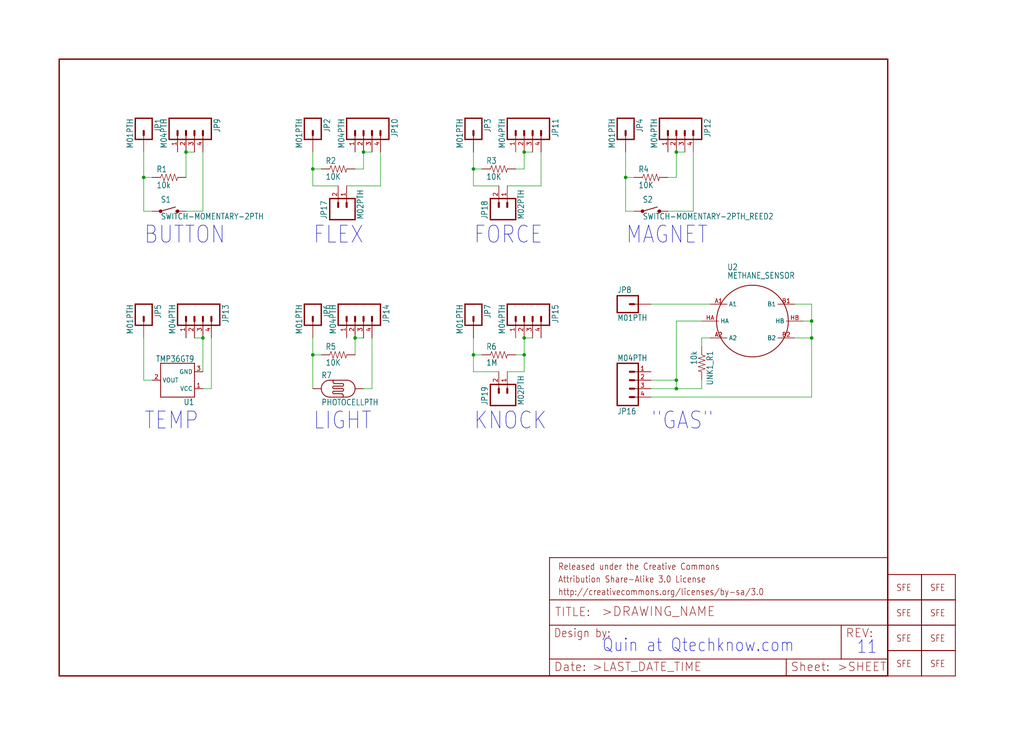
<source format=kicad_sch>
(kicad_sch (version 20211123) (generator eeschema)
  (paper "User" 307.67 223.926)
  (lib_symbols
    (symbol "eagleSchem-eagle-import:FRAME-LETTER"
      (symbol "FRAME-LETTER_1_0"
        (polyline (pts (xy 0 0) (xy 248.92 0)) (stroke (width 0.4064)))
        (polyline (pts (xy 0 185.42) (xy 0 0)) (stroke (width 0.4064)))
        (polyline (pts (xy 0 185.42) (xy 248.92 185.42)) (stroke (width 0.4064)))
        (polyline (pts (xy 248.92 185.42) (xy 248.92 0)) (stroke (width 0.4064)))
      )
      (symbol "FRAME-LETTER_2_0"
        (polyline (pts (xy 0 0) (xy 0 5.08)) (stroke (width 0.254)))
        (polyline (pts (xy 0 0) (xy 71.12 0)) (stroke (width 0.254)))
        (polyline (pts (xy 0 5.08) (xy 0 15.24)) (stroke (width 0.254)))
        (polyline (pts (xy 0 5.08) (xy 71.12 5.08)) (stroke (width 0.254)))
        (polyline (pts (xy 0 15.24) (xy 0 22.86)) (stroke (width 0.254)))
        (polyline (pts (xy 0 22.86) (xy 0 35.56)) (stroke (width 0.254)))
        (polyline (pts (xy 0 22.86) (xy 101.6 22.86)) (stroke (width 0.254)))
        (polyline (pts (xy 71.12 0) (xy 101.6 0)) (stroke (width 0.254)))
        (polyline (pts (xy 71.12 5.08) (xy 71.12 0)) (stroke (width 0.254)))
        (polyline (pts (xy 71.12 5.08) (xy 87.63 5.08)) (stroke (width 0.254)))
        (polyline (pts (xy 87.63 5.08) (xy 101.6 5.08)) (stroke (width 0.254)))
        (polyline (pts (xy 87.63 15.24) (xy 0 15.24)) (stroke (width 0.254)))
        (polyline (pts (xy 87.63 15.24) (xy 87.63 5.08)) (stroke (width 0.254)))
        (polyline (pts (xy 101.6 5.08) (xy 101.6 0)) (stroke (width 0.254)))
        (polyline (pts (xy 101.6 15.24) (xy 87.63 15.24)) (stroke (width 0.254)))
        (polyline (pts (xy 101.6 15.24) (xy 101.6 5.08)) (stroke (width 0.254)))
        (polyline (pts (xy 101.6 22.86) (xy 101.6 15.24)) (stroke (width 0.254)))
        (polyline (pts (xy 101.6 35.56) (xy 0 35.56)) (stroke (width 0.254)))
        (polyline (pts (xy 101.6 35.56) (xy 101.6 22.86)) (stroke (width 0.254)))
        (text ">DRAWING_NAME" (at 15.494 17.78 0) (effects (font (size 2.7432 2.7432)) (justify left bottom)))
        (text ">LAST_DATE_TIME" (at 12.7 1.27 0) (effects (font (size 2.54 2.54)) (justify left bottom)))
        (text ">SHEET" (at 86.36 1.27 0) (effects (font (size 2.54 2.54)) (justify left bottom)))
        (text "Attribution Share-Alike 3.0 License" (at 2.54 27.94 0) (effects (font (size 1.9304 1.6408)) (justify left bottom)))
        (text "Date:" (at 1.27 1.27 0) (effects (font (size 2.54 2.54)) (justify left bottom)))
        (text "Design by:" (at 1.27 11.43 0) (effects (font (size 2.54 2.159)) (justify left bottom)))
        (text "http://creativecommons.org/licenses/by-sa/3.0" (at 2.54 24.13 0) (effects (font (size 1.9304 1.6408)) (justify left bottom)))
        (text "Released under the Creative Commons" (at 2.54 31.75 0) (effects (font (size 1.9304 1.6408)) (justify left bottom)))
        (text "REV:" (at 88.9 11.43 0) (effects (font (size 2.54 2.54)) (justify left bottom)))
        (text "Sheet:" (at 72.39 1.27 0) (effects (font (size 2.54 2.54)) (justify left bottom)))
        (text "TITLE:" (at 1.524 17.78 0) (effects (font (size 2.54 2.54)) (justify left bottom)))
      )
    )
    (symbol "eagleSchem-eagle-import:LOGO-SFESK"
      (symbol "LOGO-SFESK_1_0"
        (polyline (pts (xy -2.54 -2.54) (xy 7.62 -2.54)) (stroke (width 0.254)))
        (polyline (pts (xy -2.54 5.08) (xy -2.54 -2.54)) (stroke (width 0.254)))
        (polyline (pts (xy 7.62 -2.54) (xy 7.62 5.08)) (stroke (width 0.254)))
        (polyline (pts (xy 7.62 5.08) (xy -2.54 5.08)) (stroke (width 0.254)))
        (text "SFE" (at 0 0 0) (effects (font (size 1.9304 1.6408)) (justify left bottom)))
      )
    )
    (symbol "eagleSchem-eagle-import:M01PTH"
      (property "Reference" "JP" (at -2.54 3.302 0))
      (property "Value" "M01PTH" (at -2.54 -5.08 0))
      (symbol "M01PTH_1_0"
        (polyline (pts (xy -2.54 2.54) (xy -2.54 -2.54)) (stroke (width 0.4064)))
        (polyline (pts (xy -2.54 2.54) (xy 3.81 2.54)) (stroke (width 0.4064)))
        (polyline (pts (xy 1.27 0) (xy 2.54 0)) (stroke (width 0.6096)))
        (polyline (pts (xy 3.81 -2.54) (xy -2.54 -2.54)) (stroke (width 0.4064)))
        (polyline (pts (xy 3.81 -2.54) (xy 3.81 2.54)) (stroke (width 0.4064)))
        (pin passive line (at 7.62 0 180) (length 5.08) (name "1") (number "1"))
      )
    )
    (symbol "eagleSchem-eagle-import:M02PTH"
      (property "Reference" "JP" (at -2.54 5.842 0))
      (property "Value" "M02PTH" (at -2.54 -5.08 0))
      (symbol "M02PTH_1_0"
        (polyline (pts (xy -2.54 5.08) (xy -2.54 -2.54)) (stroke (width 0.4064)))
        (polyline (pts (xy -2.54 5.08) (xy 3.81 5.08)) (stroke (width 0.4064)))
        (polyline (pts (xy 1.27 0) (xy 2.54 0)) (stroke (width 0.6096)))
        (polyline (pts (xy 1.27 2.54) (xy 2.54 2.54)) (stroke (width 0.6096)))
        (polyline (pts (xy 3.81 -2.54) (xy -2.54 -2.54)) (stroke (width 0.4064)))
        (polyline (pts (xy 3.81 -2.54) (xy 3.81 5.08)) (stroke (width 0.4064)))
        (pin passive line (at 7.62 0 180) (length 5.08) (name "1") (number "1"))
        (pin passive line (at 7.62 2.54 180) (length 5.08) (name "2") (number "2"))
      )
    )
    (symbol "eagleSchem-eagle-import:M04PTH"
      (property "Reference" "JP" (at -5.08 8.382 0))
      (property "Value" "M04PTH" (at -5.08 -7.62 0))
      (symbol "M04PTH_1_0"
        (polyline (pts (xy -5.08 7.62) (xy -5.08 -5.08)) (stroke (width 0.4064)))
        (polyline (pts (xy -5.08 7.62) (xy 1.27 7.62)) (stroke (width 0.4064)))
        (polyline (pts (xy -1.27 -2.54) (xy 0 -2.54)) (stroke (width 0.6096)))
        (polyline (pts (xy -1.27 0) (xy 0 0)) (stroke (width 0.6096)))
        (polyline (pts (xy -1.27 2.54) (xy 0 2.54)) (stroke (width 0.6096)))
        (polyline (pts (xy -1.27 5.08) (xy 0 5.08)) (stroke (width 0.6096)))
        (polyline (pts (xy 1.27 -5.08) (xy -5.08 -5.08)) (stroke (width 0.4064)))
        (polyline (pts (xy 1.27 -5.08) (xy 1.27 7.62)) (stroke (width 0.4064)))
        (pin passive line (at 5.08 -2.54 180) (length 5.08) (name "1") (number "1"))
        (pin passive line (at 5.08 0 180) (length 5.08) (name "2") (number "2"))
        (pin passive line (at 5.08 2.54 180) (length 5.08) (name "3") (number "3"))
        (pin passive line (at 5.08 5.08 180) (length 5.08) (name "4") (number "4"))
      )
    )
    (symbol "eagleSchem-eagle-import:METHANE_SENSOR"
      (property "Reference" "U" (at -7.62 15.24 0))
      (property "Value" "METHANE_SENSOR" (at -7.62 12.7 0))
      (symbol "METHANE_SENSOR_1_0"
        (circle (center 0 0) (radius 10.7763) (stroke (width 0.254)))
        (pin bidirectional line (at -12.7 5.08 0) (length 5.08) (name "A1") (number "A1"))
        (pin bidirectional line (at -12.7 -5.08 0) (length 5.08) (name "A2") (number "A2"))
        (pin bidirectional line (at 12.7 5.08 180) (length 5.08) (name "B1") (number "B1"))
        (pin bidirectional line (at 12.7 -5.08 180) (length 5.08) (name "B2") (number "B2"))
        (pin bidirectional line (at -15.24 0 0) (length 5.08) (name "HA") (number "HA"))
        (pin bidirectional line (at 15.24 0 180) (length 5.08) (name "HB") (number "HB"))
      )
    )
    (symbol "eagleSchem-eagle-import:PHOTOCELLPTH"
      (property "Reference" "R" (at -5.08 3.048 0))
      (property "Value" "PHOTOCELLPTH" (at -5.08 -5.08 0))
      (symbol "PHOTOCELLPTH_1_0"
        (arc (start -2.54 2.54) (mid -5.08 0) (end -2.54 -2.54) (stroke (width 0.254)))
        (arc (start -1.524 2.032) (mid -1.3752 1.6728) (end -1.016 1.524) (stroke (width 0.254)))
        (arc (start -1.27 -0.762) (mid -1.651 -1.143) (end -1.27 -1.524) (stroke (width 0.254)))
        (arc (start -1.27 0.762) (mid -1.651 0.381) (end -1.27 0) (stroke (width 0.254)))
        (polyline (pts (xy -1.524 2.54) (xy -2.54 2.54)) (stroke (width 0.254)))
        (polyline (pts (xy -1.524 2.54) (xy -1.524 2.032)) (stroke (width 0.254)))
        (polyline (pts (xy -1.27 -1.524) (xy 1.016 -1.524)) (stroke (width 0.254)))
        (polyline (pts (xy -1.27 -0.762) (xy 1.27 -0.762)) (stroke (width 0.254)))
        (polyline (pts (xy -1.27 0) (xy 1.27 0)) (stroke (width 0.254)))
        (polyline (pts (xy -1.27 0.762) (xy 1.27 0.762)) (stroke (width 0.254)))
        (polyline (pts (xy -1.016 1.524) (xy 1.27 1.524)) (stroke (width 0.254)))
        (polyline (pts (xy 1.524 -2.54) (xy -2.54 -2.54)) (stroke (width 0.254)))
        (polyline (pts (xy 1.524 -2.032) (xy 1.524 -2.54)) (stroke (width 0.254)))
        (polyline (pts (xy 2.54 -2.54) (xy 1.524 -2.54)) (stroke (width 0.254)))
        (polyline (pts (xy 2.54 2.54) (xy -1.524 2.54)) (stroke (width 0.254)))
        (arc (start 1.27 -0.762) (mid 1.651 -0.381) (end 1.27 0) (stroke (width 0.254)))
        (arc (start 1.27 0.762) (mid 1.651 1.143) (end 1.27 1.524) (stroke (width 0.254)))
        (arc (start 1.524 -2.032) (mid 1.3752 -1.6728) (end 1.016 -1.524) (stroke (width 0.254)))
        (arc (start 2.54 -2.54) (mid 5.08 0) (end 2.54 2.54) (stroke (width 0.254)))
        (pin bidirectional line (at -7.62 0 0) (length 2.54) (name "P$1") (number "1"))
        (pin bidirectional line (at 7.62 0 180) (length 2.54) (name "P$2") (number "2"))
      )
    )
    (symbol "eagleSchem-eagle-import:RESISTORAXIAL-0.3"
      (property "Reference" "R" (at -3.81 1.4986 0))
      (property "Value" "RESISTORAXIAL-0.3" (at -3.81 -3.302 0))
      (symbol "RESISTORAXIAL-0.3_1_0"
        (polyline (pts (xy -2.54 0) (xy -2.159 1.016)) (stroke (width 0.1524)))
        (polyline (pts (xy -2.159 1.016) (xy -1.524 -1.016)) (stroke (width 0.1524)))
        (polyline (pts (xy -1.524 -1.016) (xy -0.889 1.016)) (stroke (width 0.1524)))
        (polyline (pts (xy -0.889 1.016) (xy -0.254 -1.016)) (stroke (width 0.1524)))
        (polyline (pts (xy -0.254 -1.016) (xy 0.381 1.016)) (stroke (width 0.1524)))
        (polyline (pts (xy 0.381 1.016) (xy 1.016 -1.016)) (stroke (width 0.1524)))
        (polyline (pts (xy 1.016 -1.016) (xy 1.651 1.016)) (stroke (width 0.1524)))
        (polyline (pts (xy 1.651 1.016) (xy 2.286 -1.016)) (stroke (width 0.1524)))
        (polyline (pts (xy 2.286 -1.016) (xy 2.54 0)) (stroke (width 0.1524)))
        (pin passive line (at -5.08 0 0) (length 2.54) (name "1") (number "P$1"))
        (pin passive line (at 5.08 0 180) (length 2.54) (name "2") (number "P$2"))
      )
    )
    (symbol "eagleSchem-eagle-import:SWITCH-MOMENTARY-2PTH"
      (property "Reference" "S" (at -2.54 2.54 0))
      (property "Value" "SWITCH-MOMENTARY-2PTH" (at -2.54 -2.54 0))
      (symbol "SWITCH-MOMENTARY-2PTH_1_0"
        (circle (center -2.54 0) (radius 0.127) (stroke (width 0.4064)))
        (polyline (pts (xy -2.54 0) (xy 1.905 1.27)) (stroke (width 0.254)))
        (polyline (pts (xy 1.905 0) (xy 2.54 0)) (stroke (width 0.254)))
        (circle (center 2.54 0) (radius 0.127) (stroke (width 0.4064)))
        (pin passive line (at -5.08 0 0) (length 2.54) (name "1") (number "1"))
        (pin passive line (at 5.08 0 180) (length 2.54) (name "2") (number "3"))
      )
    )
    (symbol "eagleSchem-eagle-import:SWITCH-MOMENTARY-2PTH_REED2"
      (property "Reference" "S" (at -2.54 2.54 0))
      (property "Value" "SWITCH-MOMENTARY-2PTH_REED2" (at -2.54 -2.54 0))
      (symbol "SWITCH-MOMENTARY-2PTH_REED2_1_0"
        (circle (center -2.54 0) (radius 0.127) (stroke (width 0.4064)))
        (polyline (pts (xy -2.54 0) (xy 1.905 1.27)) (stroke (width 0.254)))
        (polyline (pts (xy 1.905 0) (xy 2.54 0)) (stroke (width 0.254)))
        (circle (center 2.54 0) (radius 0.127) (stroke (width 0.4064)))
        (pin passive line (at -5.08 0 0) (length 2.54) (name "1") (number "P$1"))
        (pin passive line (at 5.08 0 180) (length 2.54) (name "2") (number "P$2"))
      )
    )
    (symbol "eagleSchem-eagle-import:TMP36GT9"
      (property "Reference" "U" (at -5.08 5.588 0))
      (property "Value" "TMP36GT9" (at -5.08 -7.366 0))
      (symbol "TMP36GT9_1_0"
        (polyline (pts (xy -5.08 -5.08) (xy -5.08 5.08)) (stroke (width 0.254)))
        (polyline (pts (xy -5.08 5.08) (xy 5.08 5.08)) (stroke (width 0.254)))
        (polyline (pts (xy 5.08 -5.08) (xy -5.08 -5.08)) (stroke (width 0.254)))
        (polyline (pts (xy 5.08 5.08) (xy 5.08 -5.08)) (stroke (width 0.254)))
        (pin bidirectional line (at -7.62 2.54 0) (length 2.54) (name "VCC") (number "1"))
        (pin bidirectional line (at 7.62 0 180) (length 2.54) (name "VOUT") (number "2"))
        (pin bidirectional line (at -7.62 -2.54 0) (length 2.54) (name "GND") (number "3"))
      )
    )
  )
  (junction (at 187.96 53.34))
  (junction (at 243.84 96.52))
  (junction (at 157.48 101.6))
  (junction (at 60.96 101.6))
  (junction (at 243.84 101.6))
  (junction (at 203.2 45.72))
  (junction (at 157.48 45.72))
  (junction (at 203.2 114.3))
  (junction (at 109.22 45.72))
  (junction (at 142.24 50.8))
  (junction (at 106.68 101.6))
  (junction (at 142.24 106.68))
  (junction (at 203.2 116.84))
  (junction (at 43.18 53.34))
  (junction (at 55.88 45.72))
  (junction (at 93.98 50.8))
  (junction (at 93.98 106.68))
  (junction (at 157.48 106.68))
  (wire (pts (xy 152.4 55.88) (xy 162.56 55.88)))
  (wire (pts (xy 200.66 53.34) (xy 203.2 53.34)))
  (wire (pts (xy 213.36 101.6) (xy 210.82 101.6)))
  (wire (pts (xy 243.84 91.44) (xy 238.76 91.44)))
  (wire (pts (xy 109.22 116.84) (xy 111.76 116.84)))
  (wire (pts (xy 203.2 96.52) (xy 210.82 96.52)))
  (wire (pts (xy 104.14 55.88) (xy 114.3 55.88)))
  (wire (pts (xy 203.2 114.3) (xy 203.2 96.52)))
  (wire (pts (xy 63.5 116.84) (xy 60.96 116.84)))
  (wire (pts (xy 43.18 114.3) (xy 43.18 101.6)))
  (wire (pts (xy 195.58 91.44) (xy 213.36 91.44)))
  (wire (pts (xy 238.76 101.6) (xy 243.84 101.6)))
  (wire (pts (xy 187.96 63.5) (xy 187.96 53.34)))
  (wire (pts (xy 149.86 55.88) (xy 142.24 55.88)))
  (wire (pts (xy 93.98 55.88) (xy 93.98 50.8)))
  (wire (pts (xy 60.96 63.5) (xy 60.96 45.72)))
  (wire (pts (xy 93.98 50.8) (xy 96.52 50.8)))
  (wire (pts (xy 142.24 111.76) (xy 149.86 111.76)))
  (wire (pts (xy 203.2 53.34) (xy 203.2 45.72)))
  (wire (pts (xy 142.24 106.68) (xy 142.24 111.76)))
  (wire (pts (xy 195.58 116.84) (xy 203.2 116.84)))
  (wire (pts (xy 210.82 101.6) (xy 210.82 104.14)))
  (wire (pts (xy 142.24 101.6) (xy 142.24 106.68)))
  (wire (pts (xy 43.18 45.72) (xy 43.18 53.34)))
  (wire (pts (xy 187.96 53.34) (xy 187.96 45.72)))
  (wire (pts (xy 63.5 101.6) (xy 63.5 116.84)))
  (wire (pts (xy 243.84 96.52) (xy 243.84 91.44)))
  (wire (pts (xy 93.98 101.6) (xy 93.98 106.68)))
  (wire (pts (xy 157.48 50.8) (xy 157.48 45.72)))
  (wire (pts (xy 60.96 111.76) (xy 60.96 101.6)))
  (wire (pts (xy 208.28 45.72) (xy 208.28 63.5)))
  (wire (pts (xy 111.76 116.84) (xy 111.76 101.6)))
  (wire (pts (xy 203.2 116.84) (xy 210.82 116.84)))
  (wire (pts (xy 101.6 55.88) (xy 93.98 55.88)))
  (wire (pts (xy 157.48 106.68) (xy 157.48 101.6)))
  (wire (pts (xy 93.98 106.68) (xy 93.98 116.84)))
  (wire (pts (xy 43.18 63.5) (xy 45.72 63.5)))
  (wire (pts (xy 203.2 116.84) (xy 203.2 114.3)))
  (wire (pts (xy 109.22 45.72) (xy 111.76 45.72)))
  (wire (pts (xy 55.88 63.5) (xy 60.96 63.5)))
  (wire (pts (xy 157.48 106.68) (xy 154.94 106.68)))
  (wire (pts (xy 60.96 101.6) (xy 58.42 101.6)))
  (wire (pts (xy 43.18 53.34) (xy 43.18 63.5)))
  (wire (pts (xy 106.68 106.68) (xy 106.68 101.6)))
  (wire (pts (xy 243.84 119.38) (xy 243.84 101.6)))
  (wire (pts (xy 142.24 55.88) (xy 142.24 50.8)))
  (wire (pts (xy 55.88 45.72) (xy 58.42 45.72)))
  (wire (pts (xy 93.98 106.68) (xy 96.52 106.68)))
  (wire (pts (xy 142.24 45.72) (xy 142.24 50.8)))
  (wire (pts (xy 106.68 101.6) (xy 109.22 101.6)))
  (wire (pts (xy 154.94 50.8) (xy 157.48 50.8)))
  (wire (pts (xy 157.48 111.76) (xy 157.48 106.68)))
  (wire (pts (xy 142.24 106.68) (xy 144.78 106.68)))
  (wire (pts (xy 241.3 96.52) (xy 243.84 96.52)))
  (wire (pts (xy 43.18 53.34) (xy 45.72 53.34)))
  (wire (pts (xy 210.82 114.3) (xy 210.82 116.84)))
  (wire (pts (xy 208.28 63.5) (xy 200.66 63.5)))
  (wire (pts (xy 195.58 114.3) (xy 203.2 114.3)))
  (wire (pts (xy 152.4 111.76) (xy 157.48 111.76)))
  (wire (pts (xy 203.2 45.72) (xy 205.74 45.72)))
  (wire (pts (xy 45.72 114.3) (xy 43.18 114.3)))
  (wire (pts (xy 190.5 63.5) (xy 187.96 63.5)))
  (wire (pts (xy 106.68 50.8) (xy 109.22 50.8)))
  (wire (pts (xy 93.98 45.72) (xy 93.98 50.8)))
  (wire (pts (xy 190.5 53.34) (xy 187.96 53.34)))
  (wire (pts (xy 55.88 53.34) (xy 55.88 45.72)))
  (wire (pts (xy 195.58 119.38) (xy 243.84 119.38)))
  (wire (pts (xy 109.22 50.8) (xy 109.22 45.72)))
  (wire (pts (xy 243.84 101.6) (xy 243.84 96.52)))
  (wire (pts (xy 114.3 55.88) (xy 114.3 45.72)))
  (wire (pts (xy 157.48 45.72) (xy 160.02 45.72)))
  (wire (pts (xy 142.24 50.8) (xy 144.78 50.8)))
  (wire (pts (xy 162.56 55.88) (xy 162.56 45.72)))
  (wire (pts (xy 157.48 101.6) (xy 160.02 101.6)))
  (text "FORCE" (at 142.24 73.66 180) (effects (font (size 5.08 4.318)) (justify left bottom)))
  (text "MAGNET" (at 187.96 73.66 180) (effects (font (size 5.08 4.318)) (justify left bottom)))
  (text "TEMP" (at 43.18 129.54 180) (effects (font (size 5.08 4.318)) (justify left bottom)))
  (text "\"GAS\"" (at 195.58 129.54 180) (effects (font (size 5.08 4.318)) (justify left bottom)))
  (text "Quin at Qtechknow.com" (at 180.848 196.342 180) (effects (font (size 3.81 3.2385)) (justify left bottom)))
  (text "LIGHT" (at 93.98 129.54 180) (effects (font (size 5.08 4.318)) (justify left bottom)))
  (text "BUTTON" (at 43.18 73.66 180) (effects (font (size 5.08 4.318)) (justify left bottom)))
  (text "KNOCK" (at 142.24 129.54 180) (effects (font (size 5.08 4.318)) (justify left bottom)))
  (text "FLEX" (at 93.98 73.66 180) (effects (font (size 5.08 4.318)) (justify left bottom)))
  (text "11" (at 257.302 196.85 180) (effects (font (size 3.81 3.2385)) (justify left bottom)))
  (symbol (lib_id "eagleSchem-eagle-import:LOGO-SFESK") (at 279.4 177.8 0) (unit 1)
    (property "Reference" "LOGO5" (effects hide))
    (property "Value" "LOGO-SFESK" (effects hide))
    (property "Footprint" "eagleSchem:SFE-LOGO-FLAME" (effects hide))
  )
  (symbol (lib_id "eagleSchem-eagle-import:M04PTH") (at 58.42 96.52 270) (unit 1)
    (property "Reference" "JP13" (at 66.802 91.44 0) (effects (font (size 1.778 1.5113)) (justify left bottom)))
    (property "Value" "M04PTH" (at 50.8 91.44 0) (effects (font (size 1.778 1.5113)) (justify left bottom)))
    (property "Footprint" "eagleSchem:1X04" (effects hide))
  )
  (symbol (lib_id "eagleSchem-eagle-import:M01PTH") (at 93.98 93.98 270) (unit 1)
    (property "Reference" "JP6" (at 97.282 91.44 0) (effects (font (size 1.778 1.5113)) (justify left bottom)))
    (property "Value" "M01PTH" (at 88.9 91.44 0) (effects (font (size 1.778 1.5113)) (justify left bottom)))
    (property "Footprint" "eagleSchem:1X01" (effects hide))
  )
  (symbol (lib_id "eagleSchem-eagle-import:M01PTH") (at 142.24 93.98 270) (unit 1)
    (property "Reference" "JP7" (at 145.542 91.44 0) (effects (font (size 1.778 1.5113)) (justify left bottom)))
    (property "Value" "M01PTH" (at 137.16 91.44 0) (effects (font (size 1.778 1.5113)) (justify left bottom)))
    (property "Footprint" "eagleSchem:1X01" (effects hide))
  )
  (symbol (lib_id "eagleSchem-eagle-import:M04PTH") (at 157.48 40.64 270) (unit 1)
    (property "Reference" "JP11" (at 165.862 35.56 0) (effects (font (size 1.778 1.5113)) (justify left bottom)))
    (property "Value" "M04PTH" (at 149.86 35.56 0) (effects (font (size 1.778 1.5113)) (justify left bottom)))
    (property "Footprint" "eagleSchem:1X04" (effects hide))
  )
  (symbol (lib_id "eagleSchem-eagle-import:METHANE_SENSOR") (at 226.06 96.52 0) (unit 1)
    (property "Reference" "U2" (at 218.44 81.28 0) (effects (font (size 1.778 1.5113)) (justify left bottom)))
    (property "Value" "METHANE_SENSOR" (at 218.44 83.82 0) (effects (font (size 1.778 1.5113)) (justify left bottom)))
    (property "Footprint" "eagleSchem:MQ-3" (effects hide))
  )
  (symbol (lib_id "eagleSchem-eagle-import:LOGO-SFESK") (at 279.4 185.42 0) (unit 1)
    (property "Reference" "LOGO6" (effects hide))
    (property "Value" "LOGO-SFESK" (effects hide))
    (property "Footprint" "eagleSchem:SFE-LOGO-FLAME" (effects hide))
  )
  (symbol (lib_id "eagleSchem-eagle-import:M01PTH") (at 93.98 38.1 270) (unit 1)
    (property "Reference" "JP2" (at 97.282 35.56 0) (effects (font (size 1.778 1.5113)) (justify left bottom)))
    (property "Value" "M01PTH" (at 88.9 35.56 0) (effects (font (size 1.778 1.5113)) (justify left bottom)))
    (property "Footprint" "eagleSchem:1X01" (effects hide))
  )
  (symbol (lib_id "eagleSchem-eagle-import:M04PTH") (at 157.48 96.52 270) (unit 1)
    (property "Reference" "JP15" (at 165.862 91.44 0) (effects (font (size 1.778 1.5113)) (justify left bottom)))
    (property "Value" "M04PTH" (at 149.86 91.44 0) (effects (font (size 1.778 1.5113)) (justify left bottom)))
    (property "Footprint" "eagleSchem:1X04" (effects hide))
  )
  (symbol (lib_id "eagleSchem-eagle-import:LOGO-SFESK") (at 269.24 193.04 0) (unit 1)
    (property "Reference" "LOGO2" (effects hide))
    (property "Value" "LOGO-SFESK" (effects hide))
    (property "Footprint" "eagleSchem:SFE-LOGO-FLAME" (effects hide))
  )
  (symbol (lib_id "eagleSchem-eagle-import:TMP36GT9") (at 53.34 114.3 180) (unit 1)
    (property "Reference" "U1" (at 58.42 119.888 0) (effects (font (size 1.778 1.5113)) (justify left bottom)))
    (property "Value" "TMP36GT9" (at 58.42 106.934 0) (effects (font (size 1.778 1.5113)) (justify left bottom)))
    (property "Footprint" "eagleSchem:TO-92" (effects hide))
  )
  (symbol (lib_id "eagleSchem-eagle-import:M02PTH") (at 152.4 119.38 90) (unit 1)
    (property "Reference" "JP19" (at 146.558 121.92 0) (effects (font (size 1.778 1.5113)) (justify left bottom)))
    (property "Value" "M02PTH" (at 157.48 121.92 0) (effects (font (size 1.778 1.5113)) (justify left bottom)))
    (property "Footprint" "eagleSchem:1X02" (effects hide))
  )
  (symbol (lib_id "eagleSchem-eagle-import:M01PTH") (at 187.96 91.44 0) (unit 1)
    (property "Reference" "JP8" (at 185.42 88.138 0) (effects (font (size 1.778 1.5113)) (justify left bottom)))
    (property "Value" "M01PTH" (at 185.42 96.52 0) (effects (font (size 1.778 1.5113)) (justify left bottom)))
    (property "Footprint" "eagleSchem:1X01" (effects hide))
  )
  (symbol (lib_id "eagleSchem-eagle-import:M01PTH") (at 187.96 38.1 270) (unit 1)
    (property "Reference" "JP4" (at 191.262 35.56 0) (effects (font (size 1.778 1.5113)) (justify left bottom)))
    (property "Value" "M01PTH" (at 182.88 35.56 0) (effects (font (size 1.778 1.5113)) (justify left bottom)))
    (property "Footprint" "eagleSchem:1X01" (effects hide))
  )
  (symbol (lib_id "eagleSchem-eagle-import:M04PTH") (at 203.2 40.64 270) (unit 1)
    (property "Reference" "JP12" (at 211.582 35.56 0) (effects (font (size 1.778 1.5113)) (justify left bottom)))
    (property "Value" "M04PTH" (at 195.58 35.56 0) (effects (font (size 1.778 1.5113)) (justify left bottom)))
    (property "Footprint" "eagleSchem:1X04" (effects hide))
  )
  (symbol (lib_id "eagleSchem-eagle-import:M01PTH") (at 142.24 38.1 270) (unit 1)
    (property "Reference" "JP3" (at 145.542 35.56 0) (effects (font (size 1.778 1.5113)) (justify left bottom)))
    (property "Value" "M01PTH" (at 137.16 35.56 0) (effects (font (size 1.778 1.5113)) (justify left bottom)))
    (property "Footprint" "eagleSchem:1X01" (effects hide))
  )
  (symbol (lib_id "eagleSchem-eagle-import:LOGO-SFESK") (at 269.24 177.8 0) (unit 1)
    (property "Reference" "LOGO4" (effects hide))
    (property "Value" "LOGO-SFESK" (effects hide))
    (property "Footprint" "eagleSchem:SFE-LOGO-FLAME" (effects hide))
  )
  (symbol (lib_id "eagleSchem-eagle-import:PHOTOCELLPTH") (at 101.6 116.84 0) (unit 1)
    (property "Reference" "R7" (at 96.52 113.792 0) (effects (font (size 1.778 1.5113)) (justify left bottom)))
    (property "Value" "PHOTOCELLPTH" (at 96.52 121.92 0) (effects (font (size 1.778 1.5113)) (justify left bottom)))
    (property "Footprint" "eagleSchem:PHOTOCELL" (effects hide))
  )
  (symbol (lib_id "eagleSchem-eagle-import:M04PTH") (at 106.68 96.52 270) (unit 1)
    (property "Reference" "JP14" (at 115.062 91.44 0) (effects (font (size 1.778 1.5113)) (justify left bottom)))
    (property "Value" "M04PTH" (at 99.06 91.44 0) (effects (font (size 1.778 1.5113)) (justify left bottom)))
    (property "Footprint" "eagleSchem:1X04" (effects hide))
  )
  (symbol (lib_id "eagleSchem-eagle-import:SWITCH-MOMENTARY-2PTH_REED2") (at 195.58 63.5 0) (unit 1)
    (property "Reference" "S2" (at 193.04 60.96 0) (effects (font (size 1.778 1.5113)) (justify left bottom)))
    (property "Value" "SWITCH-MOMENTARY-2PTH_REED2" (at 193.04 66.04 0) (effects (font (size 1.778 1.5113)) (justify left bottom)))
    (property "Footprint" "eagleSchem:REED_SWITCH_PLASTIC" (effects hide))
  )
  (symbol (lib_id "eagleSchem-eagle-import:M04PTH") (at 55.88 40.64 270) (unit 1)
    (property "Reference" "JP9" (at 64.262 35.56 0) (effects (font (size 1.778 1.5113)) (justify left bottom)))
    (property "Value" "M04PTH" (at 48.26 35.56 0) (effects (font (size 1.778 1.5113)) (justify left bottom)))
    (property "Footprint" "eagleSchem:1X04" (effects hide))
  )
  (symbol (lib_id "eagleSchem-eagle-import:LOGO-SFESK") (at 269.24 185.42 0) (unit 1)
    (property "Reference" "LOGO3" (effects hide))
    (property "Value" "LOGO-SFESK" (effects hide))
    (property "Footprint" "eagleSchem:SFE-LOGO-FLAME" (effects hide))
  )
  (symbol (lib_id "eagleSchem-eagle-import:LOGO-SFESK") (at 279.4 200.66 0) (unit 1)
    (property "Reference" "LOGO8" (effects hide))
    (property "Value" "LOGO-SFESK" (effects hide))
    (property "Footprint" "eagleSchem:SFE-LOGO-FLAME" (effects hide))
  )
  (symbol (lib_id "eagleSchem-eagle-import:RESISTORAXIAL-0.3") (at 50.8 53.34 0) (unit 1)
    (property "Reference" "R1" (at 46.99 51.8414 0) (effects (font (size 1.778 1.5113)) (justify left bottom)))
    (property "Value" "10k" (at 46.99 56.642 0) (effects (font (size 1.778 1.5113)) (justify left bottom)))
    (property "Footprint" "eagleSchem:AXIAL-0.3" (effects hide))
  )
  (symbol (lib_id "eagleSchem-eagle-import:RESISTORAXIAL-0.3") (at 210.82 109.22 270) (unit 1)
    (property "Reference" "UNK1_R1" (at 212.3186 105.41 0) (effects (font (size 1.778 1.5113)) (justify left bottom)))
    (property "Value" "10k" (at 207.518 105.41 0) (effects (font (size 1.778 1.5113)) (justify left bottom)))
    (property "Footprint" "eagleSchem:AXIAL-0.3" (effects hide))
  )
  (symbol (lib_id "eagleSchem-eagle-import:FRAME-LETTER") (at 17.78 203.2 0) (unit 1)
    (property "Reference" "FRAME1" (effects hide))
    (property "Value" "FRAME-LETTER" (effects hide))
    (property "Footprint" "eagleSchem:CREATIVE_COMMONS" (effects hide))
  )
  (symbol (lib_id "eagleSchem-eagle-import:M02PTH") (at 104.14 63.5 90) (unit 1)
    (property "Reference" "JP17" (at 98.298 66.04 0) (effects (font (size 1.778 1.5113)) (justify left bottom)))
    (property "Value" "M02PTH" (at 109.22 66.04 0) (effects (font (size 1.778 1.5113)) (justify left bottom)))
    (property "Footprint" "eagleSchem:1X02" (effects hide))
  )
  (symbol (lib_id "eagleSchem-eagle-import:M01PTH") (at 43.18 38.1 270) (unit 1)
    (property "Reference" "JP1" (at 46.482 35.56 0) (effects (font (size 1.778 1.5113)) (justify left bottom)))
    (property "Value" "M01PTH" (at 38.1 35.56 0) (effects (font (size 1.778 1.5113)) (justify left bottom)))
    (property "Footprint" "eagleSchem:1X01" (effects hide))
  )
  (symbol (lib_id "eagleSchem-eagle-import:M04PTH") (at 109.22 40.64 270) (unit 1)
    (property "Reference" "JP10" (at 117.602 35.56 0) (effects (font (size 1.778 1.5113)) (justify left bottom)))
    (property "Value" "M04PTH" (at 101.6 35.56 0) (effects (font (size 1.778 1.5113)) (justify left bottom)))
    (property "Footprint" "eagleSchem:1X04" (effects hide))
  )
  (symbol (lib_id "eagleSchem-eagle-import:M04PTH") (at 190.5 114.3 0) (mirror x) (unit 1)
    (property "Reference" "JP16" (at 185.42 122.682 0) (effects (font (size 1.778 1.5113)) (justify left bottom)))
    (property "Value" "M04PTH" (at 185.42 106.68 0) (effects (font (size 1.778 1.5113)) (justify left bottom)))
    (property "Footprint" "eagleSchem:1X04" (effects hide))
  )
  (symbol (lib_id "eagleSchem-eagle-import:SWITCH-MOMENTARY-2PTH") (at 50.8 63.5 0) (unit 1)
    (property "Reference" "S1" (at 48.26 60.96 0) (effects (font (size 1.778 1.5113)) (justify left bottom)))
    (property "Value" "SWITCH-MOMENTARY-2PTH" (at 48.26 66.04 0) (effects (font (size 1.778 1.5113)) (justify left bottom)))
    (property "Footprint" "eagleSchem:TACTILE-PTH" (effects hide))
  )
  (symbol (lib_id "eagleSchem-eagle-import:RESISTORAXIAL-0.3") (at 149.86 106.68 0) (unit 1)
    (property "Reference" "R6" (at 146.05 105.1814 0) (effects (font (size 1.778 1.5113)) (justify left bottom)))
    (property "Value" "1M" (at 146.05 109.982 0) (effects (font (size 1.778 1.5113)) (justify left bottom)))
    (property "Footprint" "eagleSchem:AXIAL-0.3" (effects hide))
  )
  (symbol (lib_id "eagleSchem-eagle-import:RESISTORAXIAL-0.3") (at 195.58 53.34 0) (unit 1)
    (property "Reference" "R4" (at 191.77 51.8414 0) (effects (font (size 1.778 1.5113)) (justify left bottom)))
    (property "Value" "10K" (at 191.77 56.642 0) (effects (font (size 1.778 1.5113)) (justify left bottom)))
    (property "Footprint" "eagleSchem:AXIAL-0.3" (effects hide))
  )
  (symbol (lib_id "eagleSchem-eagle-import:RESISTORAXIAL-0.3") (at 101.6 50.8 0) (unit 1)
    (property "Reference" "R2" (at 97.79 49.3014 0) (effects (font (size 1.778 1.5113)) (justify left bottom)))
    (property "Value" "10K" (at 97.79 54.102 0) (effects (font (size 1.778 1.5113)) (justify left bottom)))
    (property "Footprint" "eagleSchem:AXIAL-0.3" (effects hide))
  )
  (symbol (lib_id "eagleSchem-eagle-import:LOGO-SFESK") (at 279.4 193.04 0) (unit 1)
    (property "Reference" "LOGO7" (effects hide))
    (property "Value" "LOGO-SFESK" (effects hide))
    (property "Footprint" "eagleSchem:SFE-LOGO-FLAME" (effects hide))
  )
  (symbol (lib_id "eagleSchem-eagle-import:M02PTH") (at 152.4 63.5 90) (unit 1)
    (property "Reference" "JP18" (at 146.558 66.04 0) (effects (font (size 1.778 1.5113)) (justify left bottom)))
    (property "Value" "M02PTH" (at 157.48 66.04 0) (effects (font (size 1.778 1.5113)) (justify left bottom)))
    (property "Footprint" "eagleSchem:1X02" (effects hide))
  )
  (symbol (lib_id "eagleSchem-eagle-import:RESISTORAXIAL-0.3") (at 149.86 50.8 0) (unit 1)
    (property "Reference" "R3" (at 146.05 49.3014 0) (effects (font (size 1.778 1.5113)) (justify left bottom)))
    (property "Value" "10K" (at 146.05 54.102 0) (effects (font (size 1.778 1.5113)) (justify left bottom)))
    (property "Footprint" "eagleSchem:AXIAL-0.3" (effects hide))
  )
  (symbol (lib_id "eagleSchem-eagle-import:FRAME-LETTER") (at 165.1 203.2 0) (unit 2)
    (property "Reference" "FRAME1" (effects hide))
    (property "Value" "FRAME-LETTER" (effects hide))
    (property "Footprint" "eagleSchem:CREATIVE_COMMONS" (effects hide))
  )
  (symbol (lib_id "eagleSchem-eagle-import:LOGO-SFESK") (at 269.24 200.66 0) (unit 1)
    (property "Reference" "LOGO1" (effects hide))
    (property "Value" "LOGO-SFESK" (effects hide))
    (property "Footprint" "eagleSchem:SFE-LOGO-FLAME" (effects hide))
  )
  (symbol (lib_id "eagleSchem-eagle-import:RESISTORAXIAL-0.3") (at 101.6 106.68 0) (unit 1)
    (property "Reference" "R5" (at 97.79 105.1814 0) (effects (font (size 1.778 1.5113)) (justify left bottom)))
    (property "Value" "10K" (at 97.79 109.982 0) (effects (font (size 1.778 1.5113)) (justify left bottom)))
    (property "Footprint" "eagleSchem:AXIAL-0.3" (effects hide))
  )
  (symbol (lib_id "eagleSchem-eagle-import:M01PTH") (at 43.18 93.98 270) (unit 1)
    (property "Reference" "JP5" (at 46.482 91.44 0) (effects (font (size 1.778 1.5113)) (justify left bottom)))
    (property "Value" "M01PTH" (at 38.1 91.44 0) (effects (font (size 1.778 1.5113)) (justify left bottom)))
    (property "Footprint" "eagleSchem:1X01" (effects hide))
  )
)
</source>
